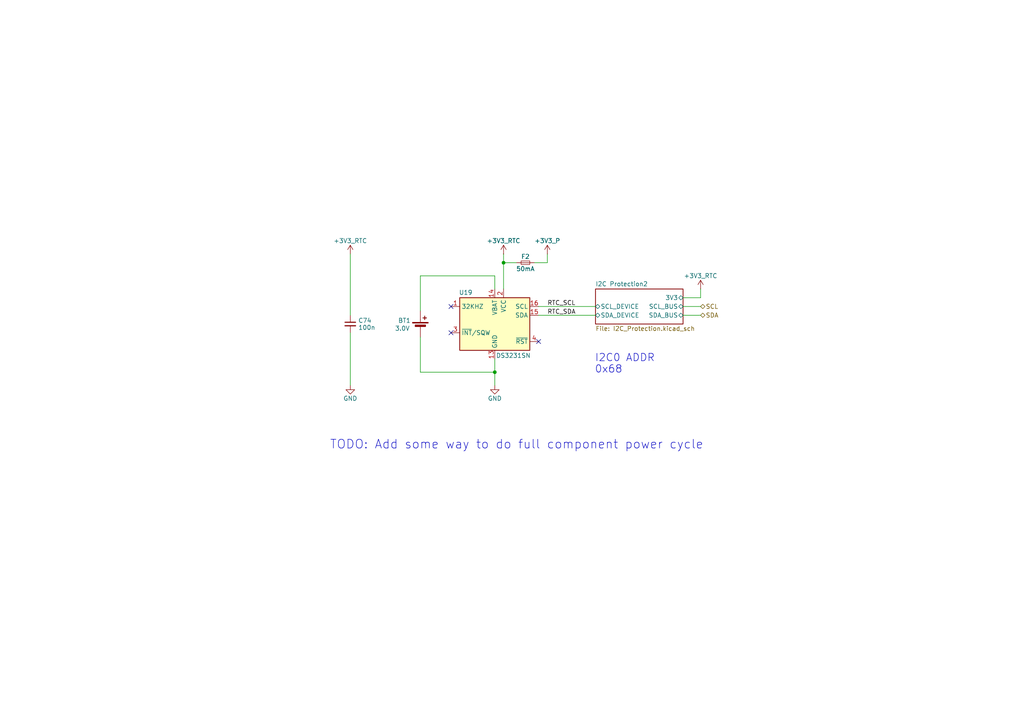
<source format=kicad_sch>
(kicad_sch (version 20231120) (generator "eeschema") (generator_version "8.0")
  (paper "A4")
  (title_block (title "Argus Mainboard") (date "2025-01-08") (rev "v3.0") (company "Carnegie Mellon University") (comment 1 "M. Holliday") (comment 2 "N. Khera") (comment 3 "V. Rajesh"))
  (lib_symbols
    (symbol "Device:Battery_Cell" (pin_numbers hide) (pin_names (offset 0) hide)
      (property "Reference" "BT" (at 2.54 2.54 0))
      (property "Value" "Battery_Cell" (at 2.54 0 0))
      (symbol "Battery_Cell_0_1"
        (rectangle (start -2.286 1.778) (end 2.286 1.524) (fill (type outline)))
        (rectangle (start -1.524 1.016) (end 1.524 0.508) (fill (type outline)))
        (polyline (pts (xy 0 0.762) (xy 0 0)))
        (polyline (pts (xy 0 1.778) (xy 0 2.54)))
        (polyline (pts (xy 0.762 3.048) (xy 1.778 3.048)) (stroke (width 0.254)))
        (polyline (pts (xy 1.27 3.556) (xy 1.27 2.54)) (stroke (width 0.254)))
      )
      (symbol "Battery_Cell_1_1"
        (pin passive line (at 0 5.08 270) (length 2.54) (name "+") (number "1"))
        (pin passive line (at 0 -2.54 90) (length 2.54) (name "-") (number "2"))
      )
    )
    (symbol "Device:C_Small" (pin_numbers hide) (pin_names (offset 0.254) hide)
      (property "Reference" "C" (at 0.254 1.778 0))
      (property "Value" "C_Small" (at 0.254 -2.032 0))
      (symbol "C_Small_0_1"
        (polyline (pts (xy -1.524 -0.508) (xy 1.524 -0.508)) (stroke (width 0.3302)))
        (polyline (pts (xy -1.524 0.508) (xy 1.524 0.508)) (stroke (width 0.3048)))
      )
      (symbol "C_Small_1_1"
        (pin passive line (at 0 2.54 270) (length 2.032) (name "~") (number "1"))
        (pin passive line (at 0 -2.54 90) (length 2.032) (name "~") (number "2"))
      )
    )
    (symbol "Device:Fuse_Small" (pin_numbers hide) (pin_names (offset 0.254) hide)
      (property "Reference" "F" (at 0 -1.524 0))
      (property "Value" "Fuse_Small" (at 0 1.524 0))
      (symbol "Fuse_Small_0_1"
        (rectangle (start -1.27 0.508) (end 1.27 -0.508))
        (polyline (pts (xy -1.27 0) (xy 1.27 0)))
      )
      (symbol "Fuse_Small_1_1"
        (pin passive line (at -2.54 0 0) (length 1.27) (name "~") (number "1"))
        (pin passive line (at 2.54 0 180) (length 1.27) (name "~") (number "2"))
      )
    )
    (symbol "Timer_RTC:DS3231M"
      (property "Reference" "U" (at -7.62 8.89 0))
      (property "Value" "DS3231M" (at 10.16 8.89 0))
      (symbol "DS3231M_0_1"
        (rectangle (start -10.16 7.62) (end 10.16 -7.62) (stroke (width 0.254)) (fill (type background)))
      )
      (symbol "DS3231M_1_1"
        (pin open_collector line (at 12.7 5.08 180) (length 2.54) (name "32KHZ") (number "1"))
        (pin passive line (at 0 -10.16 90) (length 2.54) hide (name "GND") (number "10"))
        (pin passive line (at 0 -10.16 90) (length 2.54) hide (name "GND") (number "11"))
        (pin passive line (at 0 -10.16 90) (length 2.54) hide (name "GND") (number "12"))
        (pin power_in line (at 0 -10.16 90) (length 2.54) (name "GND") (number "13"))
        (pin power_in line (at 0 10.16 270) (length 2.54) (name "VBAT") (number "14"))
        (pin bidirectional line (at -12.7 2.54 0) (length 2.54) (name "SDA") (number "15"))
        (pin input line (at -12.7 5.08 0) (length 2.54) (name "SCL") (number "16"))
        (pin power_in line (at -2.54 10.16 270) (length 2.54) (name "VCC") (number "2"))
        (pin open_collector line (at 12.7 -2.54 180) (length 2.54) (name "~{INT}/SQW") (number "3"))
        (pin bidirectional line (at -12.7 -5.08 0) (length 2.54) (name "~{RST}") (number "4"))
        (pin passive line (at 0 -10.16 90) (length 2.54) hide (name "GND") (number "5"))
        (pin passive line (at 0 -10.16 90) (length 2.54) hide (name "GND") (number "6"))
        (pin passive line (at 0 -10.16 90) (length 2.54) hide (name "GND") (number "7"))
        (pin passive line (at 0 -10.16 90) (length 2.54) hide (name "GND") (number "8"))
        (pin passive line (at 0 -10.16 90) (length 2.54) hide (name "GND") (number "9"))
      )
    )
    (symbol "power:+3V3" (power) (pin_numbers hide) (pin_names (offset 0) hide)
      (property "Value" "+3V3" (at 0 3.556 0))
      (symbol "+3V3_0_1"
        (polyline (pts (xy -0.762 1.27) (xy 0 2.54)))
        (polyline (pts (xy 0 0) (xy 0 2.54)))
        (polyline (pts (xy 0 2.54) (xy 0.762 1.27)))
      )
      (symbol "+3V3_1_1"
        (pin power_in line (at 0 0 90) (length 0) (name "~") (number "1"))
      )
    )
    (symbol "power:GND" (power) (pin_numbers hide) (pin_names (offset 0) hide)
      (property "Value" "GND" (at 0 -3.81 0))
      (symbol "GND_0_1"
        (polyline (pts (xy 0 0) (xy 0 -1.27) (xy 1.27 -1.27) (xy 0 -2.54) (xy -1.27 -1.27) (xy 0 -1.27)))
      )
      (symbol "GND_1_1"
        (pin power_in line (at 0 0 270) (length 0) (name "~") (number "1"))
      )
    )
  )
  (junction (at 143.51 107.95))
  (junction (at 146.05 76.2))
  (no_connect (at 130.81 96.52))
  (no_connect (at 130.81 88.9))
  (no_connect (at 156.21 99.06))
  (wire (pts (xy 156.21 91.44) (xy 172.72 91.44)))
  (wire (pts (xy 143.51 107.95) (xy 143.51 111.76)))
  (wire (pts (xy 203.2 86.36) (xy 203.2 83.82)))
  (wire (pts (xy 101.6 73.66) (xy 101.6 91.44)))
  (wire (pts (xy 143.51 83.82) (xy 143.51 80.01)))
  (wire (pts (xy 146.05 73.66) (xy 146.05 76.2)))
  (wire (pts (xy 121.92 107.95) (xy 143.51 107.95)))
  (wire (pts (xy 156.21 88.9) (xy 172.72 88.9)))
  (wire (pts (xy 101.6 96.52) (xy 101.6 111.76)))
  (wire (pts (xy 198.12 91.44) (xy 203.2 91.44)))
  (wire (pts (xy 146.05 76.2) (xy 149.86 76.2)))
  (wire (pts (xy 143.51 104.14) (xy 143.51 107.95)))
  (wire (pts (xy 121.92 80.01) (xy 121.92 90.17)))
  (wire (pts (xy 158.75 73.66) (xy 158.75 76.2)))
  (wire (pts (xy 143.51 80.01) (xy 121.92 80.01)))
  (wire (pts (xy 121.92 97.79) (xy 121.92 107.95)))
  (wire (pts (xy 198.12 86.36) (xy 203.2 86.36)))
  (wire (pts (xy 198.12 88.9) (xy 203.2 88.9)))
  (wire (pts (xy 158.75 76.2) (xy 154.94 76.2)))
  (wire (pts (xy 146.05 76.2) (xy 146.05 83.82)))
  (text "I2C0 ADDR" (at 189.992 105.156 0) (effects (font (size 2.159 2.159)) (justify right bottom)))
  (text "0x68" (at 180.594 108.458 0) (effects (font (size 2.159 2.159)) (justify right bottom)))
  (text "TODO: Add some way to do full component power cycle" (at 149.86 129.032 0) (effects (font (size 2.54 2.54))))
  (label "RTC_SDA" (at 158.75 91.44 0))
  (label "RTC_SCL" (at 158.75 88.9 0))
  (hierarchical_label "SCL" (shape bidirectional) (at 203.2 88.9 0))
  (hierarchical_label "SDA" (shape bidirectional) (at 203.2 91.44 0))
  (symbol (lib_id "power:+3V3") (at 146.05 73.66 0) (unit 1)
    (property "Reference" "#PWR055" (effects (hide yes)))
    (property "Value" "+3V3_RTC" (at 146.05 69.85 0))
    (property "Description" "Power symbol creates a global label with name \"+3V3\"" (effects (hide yes)))
  )
  (symbol (lib_id "Device:Fuse_Small") (at 152.4 76.2 180) (unit 1)
    (property "Reference" "F2" (at 152.4 74.422 0))
    (property "Value" "50mA" (at 152.4 77.978 0))
    (property "Footprint" "Fuse:Fuse_0603_1608Metric" (effects (hide yes)))
    (property "Description" "Fuse, small symbol" (effects (hide yes)))
  )
  (symbol (lib_id "Timer_RTC:DS3231M") (at 143.51 93.98 0) (mirror y) (unit 1)
    (property "Reference" "U19" (at 133.096 84.836 0) (effects (justify right)))
    (property "Value" "DS3231SN" (at 153.924 103.124 0) (effects (justify left)))
    (property "Footprint" "Package_SO:SOIC-16W_7.5x10.3mm_P1.27mm" (effects (hide yes)))
    (property "Datasheet" "http://datasheets.maximintegrated.com/en/ds/DS3231.pdf" (effects (hide yes)))
    (property "Description" "Extremely Accurate I2C-Integrated RTC/TCXO/Crystal SOIC-16" (effects (hide yes)))
  )
  (symbol (lib_id "power:GND") (at 101.6 111.76 0) (unit 1)
    (property "Reference" "#PWR083" (effects (hide yes)))
    (property "Value" "GND" (at 101.6 115.57 0))
    (property "Description" "Power symbol creates a global label with name \"GND\" , ground" (effects (hide yes)))
  )
  (symbol (lib_id "power:+3V3") (at 158.75 73.66 0) (unit 1)
    (property "Reference" "#PWR068" (effects (hide yes)))
    (property "Value" "+3V3_P" (at 158.75 69.85 0))
    (property "Description" "Power symbol creates a global label with name \"+3V3\"" (effects (hide yes)))
  )
  (symbol (lib_id "power:+3V3") (at 203.2 83.82 0) (unit 1)
    (property "Reference" "#PWR056" (effects (hide yes)))
    (property "Value" "+3V3_RTC" (at 203.2 80.01 0))
    (property "Description" "Power symbol creates a global label with name \"+3V3\"" (effects (hide yes)))
  )
  (symbol (lib_id "power:GND") (at 143.51 111.76 0) (unit 1)
    (property "Reference" "#PWR069" (effects (hide yes)))
    (property "Value" "GND" (at 143.51 115.57 0))
    (property "Description" "Power symbol creates a global label with name \"GND\" , ground" (effects (hide yes)))
  )
  (symbol (lib_id "Device:Battery_Cell") (at 121.92 95.25 0) (unit 1)
    (property "Reference" "BT1" (at 119.126 92.964 0) (effects (justify right)))
    (property "Value" "3.0V" (at 118.872 95.25 0) (effects (justify right)))
    (property "Footprint" "Battery:BatteryHolder_LINX_BAT-HLD-012-SMT" (effects (hide yes)))
    (property "Description" "Single-cell battery" (effects (hide yes)))
  )
  (symbol (lib_id "power:+3V3") (at 101.6 73.66 0) (unit 1)
    (property "Reference" "#PWR060" (effects (hide yes)))
    (property "Value" "+3V3_RTC" (at 101.6 69.85 0))
    (property "Description" "Power symbol creates a global label with name \"+3V3\"" (effects (hide yes)))
  )
  (symbol (lib_id "Device:C_Small") (at 101.6 93.98 0) (unit 1)
    (property "Reference" "C74" (at 103.886 92.964 0) (effects (justify left)))
    (property "Value" "100n" (at 103.886 94.996 0) (effects (justify left)))
    (property "Footprint" "Capacitor_SMD:C_0603_1608Metric" (effects (hide yes)))
    (property "Description" "Unpolarized capacitor, small symbol" (effects (hide yes)))
  )
  (sheet (at 172.72 83.82) (size 25.4 10.16) (stroke (width 0.1524))
    (property "Sheetname" "I2C Protection2" (at 172.72 83.1084 0) (effects (justify left bottom)))
    (property "Sheetfile" "I2C_Protection.kicad_sch" (at 172.72 94.5646 0) (effects (justify left top)))
    (pin "SDA_DEVICE" bidirectional (at 172.72 91.44 180))
    (pin "SCL_DEVICE" bidirectional (at 172.72 88.9 180))
    (pin "SDA_BUS" bidirectional (at 198.12 91.44 0))
    (pin "SCL_BUS" bidirectional (at 198.12 88.9 0))
    (pin "3V3" bidirectional (at 198.12 86.36 0))
  )
)
</source>
